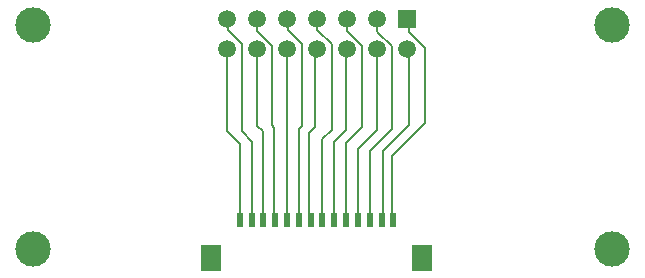
<source format=gbl>
G04*
G04 #@! TF.GenerationSoftware,Altium Limited,Altium Designer,23.8.1 (32)*
G04*
G04 Layer_Physical_Order=2*
G04 Layer_Color=16711680*
%FSLAX44Y44*%
%MOMM*%
G71*
G04*
G04 #@! TF.SameCoordinates,8D1D33FA-23F1-484C-B391-F775C52FBD05*
G04*
G04*
G04 #@! TF.FilePolarity,Positive*
G04*
G01*
G75*
%ADD19C,0.2040*%
%ADD20C,1.5000*%
%ADD21R,1.5000X1.5000*%
%ADD22C,3.0000*%
%ADD23R,1.8000X2.2000*%
%ADD24R,0.6000X1.3000*%
D19*
X334000Y55541D02*
X335000Y54541D01*
X334000Y55541D02*
Y109000D01*
X362000Y137000D01*
X348000Y214000D02*
X362000Y200000D01*
Y137000D02*
Y200000D01*
X348000Y214000D02*
Y223040D01*
X346200Y224840D02*
X348000Y223040D01*
X320800Y214195D02*
X321995Y213000D01*
X322174D01*
X320800Y214195D02*
Y224840D01*
X333500Y131500D02*
Y201674D01*
X322174Y213000D02*
X333500Y201674D01*
X295400Y214600D02*
X308100Y201900D01*
X295400Y214600D02*
Y224840D01*
X270525Y215475D02*
X282700Y203300D01*
X270525Y215475D02*
Y224315D01*
X270000Y224840D02*
X270525Y224315D01*
X282700Y130837D02*
Y203300D01*
X246000Y215000D02*
Y223440D01*
X244600Y224840D02*
X246000Y223440D01*
Y215000D02*
X257300Y203700D01*
Y134300D02*
Y203700D01*
X234380Y55161D02*
Y132620D01*
X231900Y135100D02*
Y202100D01*
Y135100D02*
X234380Y132620D01*
Y55161D02*
X235000Y54541D01*
X219200Y214800D02*
Y224840D01*
Y214800D02*
X231900Y202100D01*
X305000Y115000D02*
X320800Y130800D01*
Y199440D01*
X220000Y134521D02*
Y199440D01*
X193800Y224840D02*
X195000Y223640D01*
Y215000D02*
Y223640D01*
Y215000D02*
X206500Y203500D01*
Y129500D02*
Y203500D01*
X193800Y130200D02*
Y199440D01*
X205000Y54541D02*
Y119000D01*
X193800Y130200D02*
X205000Y119000D01*
X295000Y131000D02*
Y202074D01*
X269000Y133000D02*
Y204816D01*
X245000Y54541D02*
Y201274D01*
X325000Y54541D02*
X326000Y55541D01*
Y113000D01*
X348000Y135000D01*
Y199874D01*
X315000Y54541D02*
Y113000D01*
X315000Y54541D02*
X315000Y54541D01*
Y113000D02*
X333500Y131500D01*
X305000Y54541D02*
Y115000D01*
X295000Y120000D02*
X308100Y133100D01*
X295000Y54541D02*
Y120000D01*
X308100Y133100D02*
Y201900D01*
X285000Y121000D02*
X295000Y131000D01*
X285000Y54541D02*
Y121000D01*
X275000Y123137D02*
X282700Y130837D01*
X275000Y54541D02*
Y123137D01*
X255000Y132000D02*
X257300Y134300D01*
X255000Y54541D02*
Y132000D01*
X264000Y55541D02*
Y128000D01*
Y55541D02*
X265000Y54541D01*
X264000Y128000D02*
X269000Y133000D01*
X215000Y54541D02*
Y121000D01*
X206500Y129500D02*
X215000Y121000D01*
X225000Y54541D02*
Y129521D01*
X220000Y134521D02*
X225000Y129521D01*
D20*
X193800Y224840D02*
D03*
X270000D02*
D03*
X244600D02*
D03*
X320800D02*
D03*
X193800Y199440D02*
D03*
X244600D02*
D03*
X270000D02*
D03*
X320800D02*
D03*
X346200D02*
D03*
X219200Y224840D02*
D03*
X295400D02*
D03*
X219200Y199440D02*
D03*
X295400D02*
D03*
D21*
X346200Y224840D02*
D03*
D22*
X520000Y30000D02*
D03*
Y220000D02*
D03*
X30000D02*
D03*
Y30000D02*
D03*
D23*
X181000Y22041D02*
D03*
X359000D02*
D03*
D24*
X305000Y54541D02*
D03*
X295000D02*
D03*
X315000D02*
D03*
X325000D02*
D03*
X335000D02*
D03*
X275000D02*
D03*
X265000D02*
D03*
X285000D02*
D03*
X255000D02*
D03*
X245000D02*
D03*
X235000D02*
D03*
X225000D02*
D03*
X215000D02*
D03*
X205000D02*
D03*
M02*

</source>
